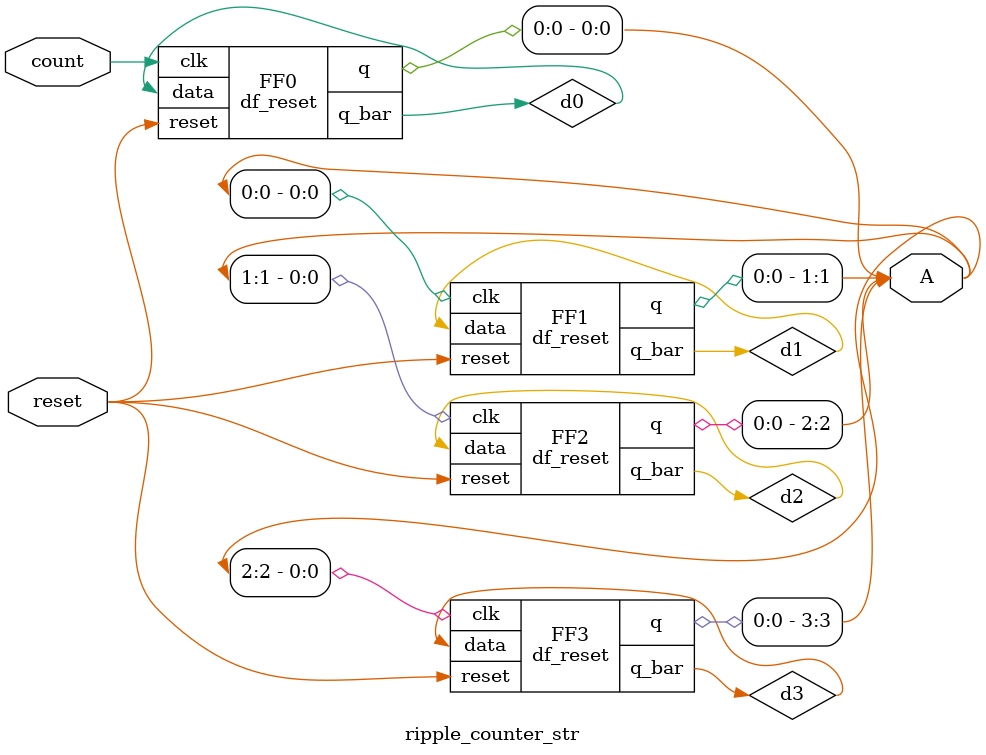
<source format=v>
module df_reset (q, q_bar, data, reset, clk); 
  output q, q_bar; 
  input data, reset; 
  input clk; 

  reg q; 

  assign q_bar = ~q; 

  always @(negedge clk or negedge reset) begin 
    if (reset == 0) q <= 0; 
    else q <= data; 
  end 
endmodule 

module ripple_counter_str (A, reset, count); 
  output    [3:0] A; 
  input     reset, count; 

  wire      d3, d2, d1, d0; 
  wire      [0:3] A; 

  df_reset FF0 (.q(A[0]), .q_bar(d0), .data(d0), .reset(reset), .clk(count)); 
  df_reset FF1 (.q(A[1]), .q_bar(d1), .data(d1), .reset(reset), .clk(A[0])); 
  df_reset FF2 (.q(A[2]), .q_bar(d2), .data(d2), .reset(reset), .clk(A[1])); 
  df_reset FF3 (.q(A[3]), .q_bar(d3), .data(d3), .reset(reset), .clk(A[2])); 
endmodule
</source>
